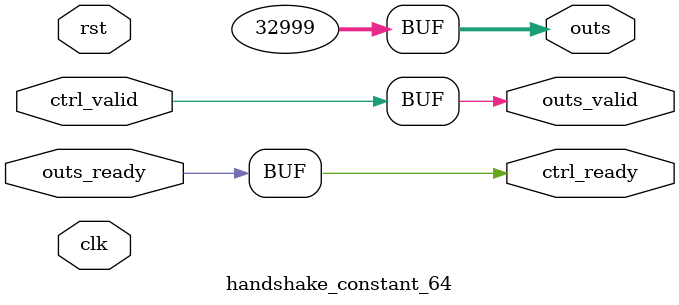
<source format=v>
`timescale 1ns / 1ps
module handshake_constant_64 #(
  parameter DATA_WIDTH = 32  // Default set to 32 bits
) (
  input                       clk,
  input                       rst,
  // Input Channel
  input                       ctrl_valid,
  output                      ctrl_ready,
  // Output Channel
  output [DATA_WIDTH - 1 : 0] outs,
  output                      outs_valid,
  input                       outs_ready
);
  assign outs       = 17'b01000000011100111;
  assign outs_valid = ctrl_valid;
  assign ctrl_ready = outs_ready;

endmodule

</source>
